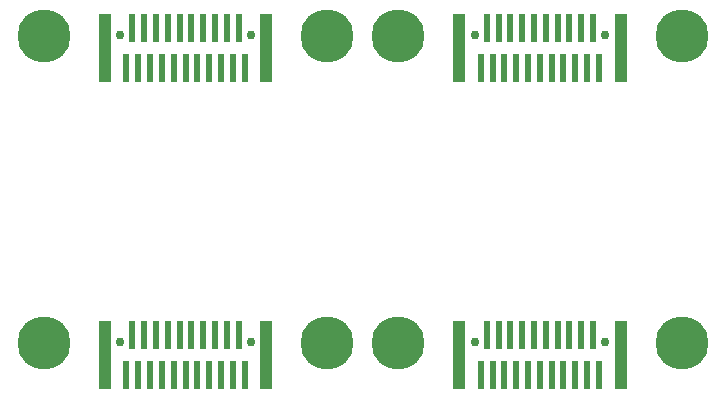
<source format=gbr>
%TF.GenerationSoftware,KiCad,Pcbnew,(6.0.0-0)*%
%TF.CreationDate,2022-03-16T23:04:28-04:00*%
%TF.ProjectId,for_stencil,666f725f-7374-4656-9e63-696c2e6b6963,rev?*%
%TF.SameCoordinates,Original*%
%TF.FileFunction,Soldermask,Bot*%
%TF.FilePolarity,Negative*%
%FSLAX46Y46*%
G04 Gerber Fmt 4.6, Leading zero omitted, Abs format (unit mm)*
G04 Created by KiCad (PCBNEW (6.0.0-0)) date 2022-03-16 23:04:28*
%MOMM*%
%LPD*%
G01*
G04 APERTURE LIST*
%ADD10C,4.500000*%
%ADD11C,0.760000*%
%ADD12R,1.000000X5.850000*%
%ADD13R,0.610000X2.410000*%
G04 APERTURE END LIST*
D10*
%TO.C,H1*%
X95000000Y-38000000D03*
%TD*%
%TO.C,H1*%
X125000000Y-38000000D03*
%TD*%
D11*
%TO.C,J1*%
X101475500Y-37900000D03*
X112524500Y-37900000D03*
D12*
X100173500Y-39000000D03*
X113826500Y-39000000D03*
D13*
X101996500Y-40720000D03*
X102996500Y-40720000D03*
X103996500Y-40720000D03*
X104996500Y-40720000D03*
X105996500Y-40720000D03*
X106996500Y-40720000D03*
X107996500Y-40720000D03*
X108996500Y-40720000D03*
X109996500Y-40720000D03*
X110996500Y-40720000D03*
X111996500Y-40720000D03*
X111496500Y-37280000D03*
X110496500Y-37280000D03*
X109496500Y-37280000D03*
X108496500Y-37280000D03*
X107496500Y-37280000D03*
X106496500Y-37280000D03*
X105496500Y-37280000D03*
X104496500Y-37280000D03*
X103496500Y-37320000D03*
X102496500Y-37320000D03*
%TD*%
D11*
%TO.C,J1*%
X131475500Y-37900000D03*
X142524500Y-37900000D03*
D12*
X130173500Y-39000000D03*
X143826500Y-39000000D03*
D13*
X131996500Y-40720000D03*
X132996500Y-40720000D03*
X133996500Y-40720000D03*
X134996500Y-40720000D03*
X135996500Y-40720000D03*
X136996500Y-40720000D03*
X137996500Y-40720000D03*
X138996500Y-40720000D03*
X139996500Y-40720000D03*
X140996500Y-40720000D03*
X141996500Y-40720000D03*
X141496500Y-37280000D03*
X140496500Y-37280000D03*
X139496500Y-37280000D03*
X138496500Y-37280000D03*
X137496500Y-37280000D03*
X136496500Y-37280000D03*
X135496500Y-37280000D03*
X134496500Y-37280000D03*
X133496500Y-37320000D03*
X132496500Y-37320000D03*
%TD*%
D10*
%TO.C,H2*%
X149000000Y-38000000D03*
%TD*%
%TO.C,H2*%
X119000000Y-38000000D03*
%TD*%
%TO.C,H1*%
X125000000Y-64000000D03*
%TD*%
D11*
%TO.C,J1*%
X131475500Y-63900000D03*
X142524500Y-63900000D03*
D12*
X130173500Y-65000000D03*
X143826500Y-65000000D03*
D13*
X131996500Y-66720000D03*
X132996500Y-66720000D03*
X133996500Y-66720000D03*
X134996500Y-66720000D03*
X135996500Y-66720000D03*
X136996500Y-66720000D03*
X137996500Y-66720000D03*
X138996500Y-66720000D03*
X139996500Y-66720000D03*
X140996500Y-66720000D03*
X141996500Y-66720000D03*
X141496500Y-63280000D03*
X140496500Y-63280000D03*
X139496500Y-63280000D03*
X138496500Y-63280000D03*
X137496500Y-63280000D03*
X136496500Y-63280000D03*
X135496500Y-63280000D03*
X134496500Y-63280000D03*
X133496500Y-63320000D03*
X132496500Y-63320000D03*
%TD*%
D10*
%TO.C,H2*%
X149000000Y-64000000D03*
%TD*%
%TO.C,H1*%
X95000000Y-64000000D03*
%TD*%
%TO.C,H2*%
X119000000Y-64000000D03*
%TD*%
D11*
%TO.C,J1*%
X101475500Y-63900000D03*
X112524500Y-63900000D03*
D12*
X100173500Y-65000000D03*
X113826500Y-65000000D03*
D13*
X101996500Y-66720000D03*
X102996500Y-66720000D03*
X103996500Y-66720000D03*
X104996500Y-66720000D03*
X105996500Y-66720000D03*
X106996500Y-66720000D03*
X107996500Y-66720000D03*
X108996500Y-66720000D03*
X109996500Y-66720000D03*
X110996500Y-66720000D03*
X111996500Y-66720000D03*
X111496500Y-63280000D03*
X110496500Y-63280000D03*
X109496500Y-63280000D03*
X108496500Y-63280000D03*
X107496500Y-63280000D03*
X106496500Y-63280000D03*
X105496500Y-63280000D03*
X104496500Y-63280000D03*
X103496500Y-63320000D03*
X102496500Y-63320000D03*
%TD*%
M02*

</source>
